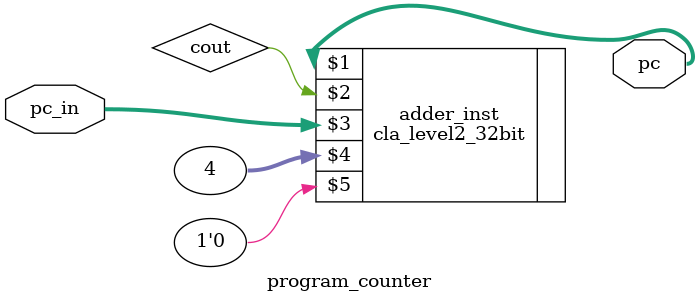
<source format=v>
module program_counter(
    output reg [31:0] pc,
    input [31:0] pc_in
);

    reg [31:0] increment_value;
    wire [31:0] new_pc;
	 wire cout;
	 
    cla_level2_32bit adder_inst (pc, cout, pc_in, 32'h00000004, 1'b0);  // Constant 4

endmodule

</source>
